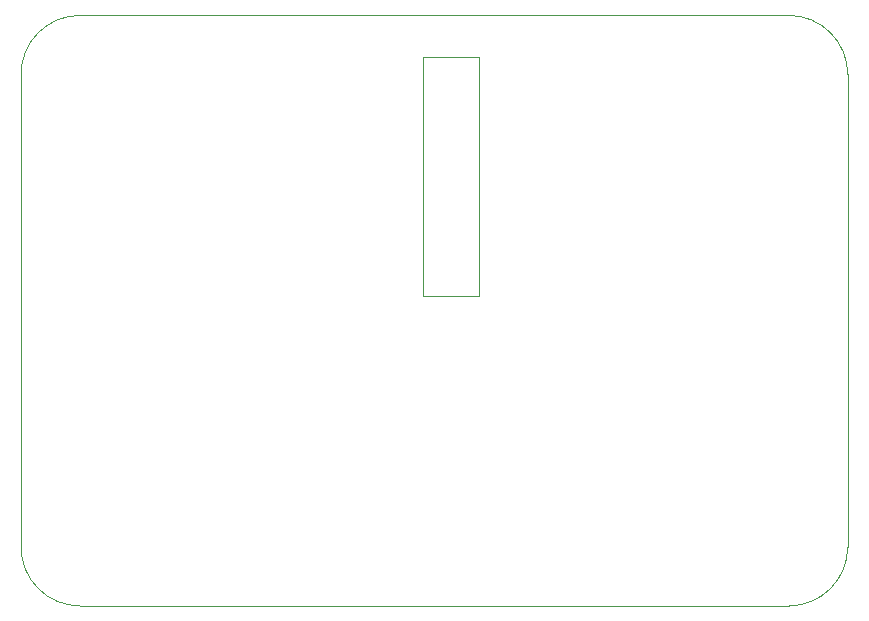
<source format=gbr>
%TF.GenerationSoftware,KiCad,Pcbnew,9.0.5*%
%TF.CreationDate,2025-10-24T12:46:41+03:00*%
%TF.ProjectId,40W SMPS,34305720-534d-4505-932e-6b696361645f,rev?*%
%TF.SameCoordinates,Original*%
%TF.FileFunction,Profile,NP*%
%FSLAX46Y46*%
G04 Gerber Fmt 4.6, Leading zero omitted, Abs format (unit mm)*
G04 Created by KiCad (PCBNEW 9.0.5) date 2025-10-24 12:46:41*
%MOMM*%
%LPD*%
G01*
G04 APERTURE LIST*
%TA.AperFunction,Profile*%
%ADD10C,0.050000*%
%TD*%
G04 APERTURE END LIST*
D10*
X169250000Y-45750000D02*
G75*
G02*
X174250000Y-40750000I5000000J0D01*
G01*
X174250000Y-40750000D02*
X234250000Y-40750000D01*
X203250000Y-44250000D02*
X208000000Y-44250000D01*
X208000000Y-64500000D01*
X203250000Y-64500000D01*
X203250000Y-44250000D01*
X174250000Y-90750000D02*
G75*
G02*
X169250000Y-85750000I0J5000000D01*
G01*
X234250000Y-40750000D02*
G75*
G02*
X239250000Y-45750000I0J-5000000D01*
G01*
X239250000Y-45750000D02*
X239250000Y-85750000D01*
X234250000Y-90750000D02*
X174250000Y-90750000D01*
X239250000Y-85750000D02*
G75*
G02*
X234250000Y-90750000I-5000000J0D01*
G01*
X169250000Y-45750000D02*
X169250000Y-85750000D01*
M02*

</source>
